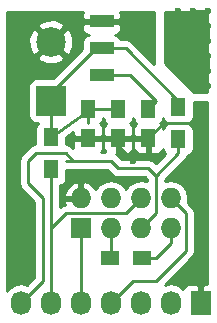
<source format=gbr>
G04 #@! TF.FileFunction,Copper,L1,Top,Signal*
%FSLAX46Y46*%
G04 Gerber Fmt 4.6, Leading zero omitted, Abs format (unit mm)*
G04 Created by KiCad (PCBNEW 4.0.2-4+6225~38~ubuntu14.04.1-stable) date Wed 13 Apr 2016 10:12:00 PM PDT*
%MOMM*%
G01*
G04 APERTURE LIST*
%ADD10C,0.100000*%
%ADD11R,1.250000X1.500000*%
%ADD12R,1.727200X1.727200*%
%ADD13O,1.727200X1.727200*%
%ADD14R,1.500000X1.300000*%
%ADD15R,1.300000X1.500000*%
%ADD16R,2.032000X3.657600*%
%ADD17R,2.032000X1.016000*%
%ADD18R,1.727200X2.032000*%
%ADD19O,1.727200X2.032000*%
%ADD20R,2.500000X2.500000*%
%ADD21C,2.500000*%
%ADD22C,0.600000*%
%ADD23C,0.250000*%
%ADD24C,0.254000*%
G04 APERTURE END LIST*
D10*
D11*
X140335000Y-106700000D03*
X140335000Y-109200000D03*
X135255000Y-106700000D03*
X135255000Y-109200000D03*
X137795000Y-106700000D03*
X137795000Y-109200000D03*
D12*
X134620000Y-116840000D03*
D13*
X134620000Y-114300000D03*
X137160000Y-116840000D03*
X137160000Y-114300000D03*
X139700000Y-116840000D03*
X139700000Y-114300000D03*
X142240000Y-116840000D03*
X142240000Y-114300000D03*
D14*
X137080000Y-119380000D03*
X139780000Y-119380000D03*
D15*
X142875000Y-109300000D03*
X142875000Y-106600000D03*
X132080000Y-109140000D03*
X132080000Y-111840000D03*
D16*
X143002000Y-101600000D03*
D17*
X136398000Y-101600000D03*
X136398000Y-103886000D03*
X136398000Y-99314000D03*
D18*
X144780000Y-123190000D03*
D19*
X142240000Y-123190000D03*
X139700000Y-123190000D03*
X137160000Y-123190000D03*
X134620000Y-123190000D03*
X132080000Y-123190000D03*
X129540000Y-123190000D03*
D20*
X132080000Y-106045000D03*
D21*
X132080000Y-101045000D03*
D22*
X139065000Y-111125000D03*
X144145000Y-102235000D03*
X144145000Y-100965000D03*
X144145000Y-99695000D03*
X142875000Y-100965000D03*
X142875000Y-99695000D03*
X142875000Y-98425000D03*
X144145000Y-98425000D03*
X145415000Y-98425000D03*
X145415000Y-99695000D03*
X145415000Y-100965000D03*
X145415000Y-102235000D03*
X145415000Y-103505000D03*
X145415000Y-104775000D03*
X144145000Y-104775000D03*
X142875000Y-102235000D03*
X143510000Y-103505000D03*
D23*
X135255000Y-107870000D02*
X135255000Y-107950000D01*
X135255000Y-107950000D02*
X135275000Y-106700000D01*
X139780000Y-119380000D02*
X139780000Y-119300000D01*
X139780000Y-119300000D02*
X139860000Y-119380000D01*
X139860000Y-119380000D02*
X140970000Y-119380000D01*
X142240000Y-118110000D02*
X142240000Y-116840000D01*
X140970000Y-119380000D02*
X142240000Y-118110000D01*
X136398000Y-101600000D02*
X138430000Y-101600000D01*
X138430000Y-101600000D02*
X142875000Y-106045000D01*
X142875000Y-106045000D02*
X142875000Y-106600000D01*
X136398000Y-101600000D02*
X135890000Y-101600000D01*
X137795000Y-106700000D02*
X135255000Y-106700000D01*
X135255000Y-106700000D02*
X134720000Y-107235000D01*
X134720000Y-107235000D02*
X132080000Y-109140000D01*
X142240000Y-116840000D02*
X142875000Y-116840000D01*
X135255000Y-106045000D02*
X135255000Y-106700000D01*
X135275000Y-106700000D02*
X135255000Y-106700000D01*
X139780000Y-123110000D02*
X139700000Y-123190000D01*
X132080000Y-109140000D02*
X132080000Y-106045000D01*
X135890000Y-101600000D02*
X132080000Y-105410000D01*
X132080000Y-105410000D02*
X132080000Y-106045000D01*
X140335000Y-109200000D02*
X140355000Y-109200000D01*
X140355000Y-109200000D02*
X141605000Y-107950000D01*
X141605000Y-107950000D02*
X142875000Y-107950000D01*
X142875000Y-107950000D02*
X144780000Y-107950000D01*
X139065000Y-111125000D02*
X137795000Y-109855000D01*
X137795000Y-109855000D02*
X137795000Y-109200000D01*
X136398000Y-103886000D02*
X138811000Y-103886000D01*
X140970000Y-106045000D02*
X140335000Y-106700000D01*
X138811000Y-103886000D02*
X140970000Y-106045000D01*
X136652000Y-104140000D02*
X136398000Y-103886000D01*
X134620000Y-116840000D02*
X134620000Y-123190000D01*
X137160000Y-116840000D02*
X137160000Y-119300000D01*
X137160000Y-119300000D02*
X137080000Y-119380000D01*
X140970000Y-112395000D02*
X140335000Y-111760000D01*
X131445000Y-110490000D02*
X130810000Y-110490000D01*
X133350000Y-110490000D02*
X131445000Y-110490000D01*
X133985000Y-111125000D02*
X133350000Y-110490000D01*
X133350000Y-111125000D02*
X133985000Y-111125000D01*
X135255000Y-111125000D02*
X133350000Y-111125000D01*
X137160000Y-111125000D02*
X135255000Y-111125000D01*
X137795000Y-111760000D02*
X137160000Y-111125000D01*
X140335000Y-111760000D02*
X137795000Y-111760000D01*
X130810000Y-110490000D02*
X130175000Y-111125000D01*
X130175000Y-111125000D02*
X130810000Y-110490000D01*
X130810000Y-110490000D02*
X130175000Y-111125000D01*
X130175000Y-111125000D02*
X130810000Y-110490000D01*
X130810000Y-110490000D02*
X130175000Y-111125000D01*
X130175000Y-111125000D02*
X130175000Y-113030000D01*
X130175000Y-113030000D02*
X130810000Y-113665000D01*
X130810000Y-113665000D02*
X131445000Y-114300000D01*
X131445000Y-114300000D02*
X131445000Y-121285000D01*
X131445000Y-121285000D02*
X129540000Y-123190000D01*
X142875000Y-109300000D02*
X142875000Y-110490000D01*
X140970000Y-115570000D02*
X139700000Y-116840000D01*
X140970000Y-112395000D02*
X140970000Y-115570000D01*
X142875000Y-110490000D02*
X140970000Y-112395000D01*
X142875000Y-109300000D02*
X142955000Y-109220000D01*
X132080000Y-111840000D02*
X132080000Y-114300000D01*
X132080000Y-116840000D02*
X132080000Y-114300000D01*
X139700000Y-114300000D02*
X138430000Y-115570000D01*
X133350000Y-115570000D02*
X132080000Y-116840000D01*
X138430000Y-115570000D02*
X133350000Y-115570000D01*
X132080000Y-123190000D02*
X132080000Y-116840000D01*
X137160000Y-123190000D02*
X139065000Y-121285000D01*
X143510000Y-115570000D02*
X142240000Y-114300000D01*
X143510000Y-118745000D02*
X143510000Y-115570000D01*
X140970000Y-121285000D02*
X143510000Y-118745000D01*
X139065000Y-121285000D02*
X140970000Y-121285000D01*
X142875000Y-99695000D02*
X144145000Y-99695000D01*
X144145000Y-100965000D02*
X144145000Y-102235000D01*
X142875000Y-98425000D02*
X142875000Y-99695000D01*
X142875000Y-100965000D02*
X143002000Y-101092000D01*
X144145000Y-104775000D02*
X143510000Y-103505000D01*
X143002000Y-98552000D02*
X142875000Y-98425000D01*
X144145000Y-98425000D02*
X145415000Y-98425000D01*
X145415000Y-99695000D02*
X145415000Y-100965000D01*
X145415000Y-102235000D02*
X145415000Y-103505000D01*
X145415000Y-104775000D02*
X144145000Y-104775000D01*
D24*
G36*
X145340000Y-121539000D02*
X145065750Y-121539000D01*
X144907000Y-121697750D01*
X144907000Y-123063000D01*
X144927000Y-123063000D01*
X144927000Y-123317000D01*
X144907000Y-123317000D01*
X144907000Y-123337000D01*
X144653000Y-123337000D01*
X144653000Y-123317000D01*
X144633000Y-123317000D01*
X144633000Y-123063000D01*
X144653000Y-123063000D01*
X144653000Y-121697750D01*
X144494250Y-121539000D01*
X143790090Y-121539000D01*
X143556701Y-121635673D01*
X143378073Y-121814302D01*
X143314500Y-121967780D01*
X143299670Y-121945585D01*
X142813489Y-121620729D01*
X142240000Y-121506655D01*
X141719641Y-121610161D01*
X144047401Y-119282401D01*
X144212148Y-119035840D01*
X144221746Y-118987586D01*
X144270000Y-118745000D01*
X144270000Y-115570000D01*
X144212148Y-115279161D01*
X144212148Y-115279160D01*
X144047401Y-115032599D01*
X143673158Y-114658356D01*
X143738600Y-114329359D01*
X143738600Y-114270641D01*
X143624526Y-113697152D01*
X143299670Y-113210971D01*
X142813489Y-112886115D01*
X142240000Y-112772041D01*
X141730000Y-112873486D01*
X141730000Y-112709802D01*
X143412401Y-111027401D01*
X143577148Y-110780839D01*
X143596410Y-110684003D01*
X143760317Y-110653162D01*
X143976441Y-110514090D01*
X144121431Y-110301890D01*
X144172440Y-110050000D01*
X144172440Y-108550000D01*
X144128162Y-108314683D01*
X143989090Y-108098559D01*
X143776890Y-107953569D01*
X143763803Y-107950919D01*
X143976441Y-107814090D01*
X144121431Y-107601890D01*
X144172440Y-107350000D01*
X144172440Y-106172000D01*
X145340000Y-106172000D01*
X145340000Y-121539000D01*
X145340000Y-121539000D01*
G37*
X145340000Y-121539000D02*
X145065750Y-121539000D01*
X144907000Y-121697750D01*
X144907000Y-123063000D01*
X144927000Y-123063000D01*
X144927000Y-123317000D01*
X144907000Y-123317000D01*
X144907000Y-123337000D01*
X144653000Y-123337000D01*
X144653000Y-123317000D01*
X144633000Y-123317000D01*
X144633000Y-123063000D01*
X144653000Y-123063000D01*
X144653000Y-121697750D01*
X144494250Y-121539000D01*
X143790090Y-121539000D01*
X143556701Y-121635673D01*
X143378073Y-121814302D01*
X143314500Y-121967780D01*
X143299670Y-121945585D01*
X142813489Y-121620729D01*
X142240000Y-121506655D01*
X141719641Y-121610161D01*
X144047401Y-119282401D01*
X144212148Y-119035840D01*
X144221746Y-118987586D01*
X144270000Y-118745000D01*
X144270000Y-115570000D01*
X144212148Y-115279161D01*
X144212148Y-115279160D01*
X144047401Y-115032599D01*
X143673158Y-114658356D01*
X143738600Y-114329359D01*
X143738600Y-114270641D01*
X143624526Y-113697152D01*
X143299670Y-113210971D01*
X142813489Y-112886115D01*
X142240000Y-112772041D01*
X141730000Y-112873486D01*
X141730000Y-112709802D01*
X143412401Y-111027401D01*
X143577148Y-110780839D01*
X143596410Y-110684003D01*
X143760317Y-110653162D01*
X143976441Y-110514090D01*
X144121431Y-110301890D01*
X144172440Y-110050000D01*
X144172440Y-108550000D01*
X144128162Y-108314683D01*
X143989090Y-108098559D01*
X143776890Y-107953569D01*
X143763803Y-107950919D01*
X143976441Y-107814090D01*
X144121431Y-107601890D01*
X144172440Y-107350000D01*
X144172440Y-106172000D01*
X145340000Y-106172000D01*
X145340000Y-121539000D01*
G36*
X134747000Y-98679691D02*
X134747000Y-99028250D01*
X134905750Y-99187000D01*
X136271000Y-99187000D01*
X136271000Y-99167000D01*
X136525000Y-99167000D01*
X136525000Y-99187000D01*
X137890250Y-99187000D01*
X138049000Y-99028250D01*
X138049000Y-98679691D01*
X137974569Y-98500000D01*
X140843000Y-98500000D01*
X140843000Y-102938198D01*
X138967401Y-101062599D01*
X138720839Y-100897852D01*
X138430000Y-100840000D01*
X138006427Y-100840000D01*
X137878090Y-100640559D01*
X137665890Y-100495569D01*
X137475431Y-100457000D01*
X137540310Y-100457000D01*
X137773699Y-100360327D01*
X137952327Y-100181698D01*
X138049000Y-99948309D01*
X138049000Y-99599750D01*
X137890250Y-99441000D01*
X136525000Y-99441000D01*
X136525000Y-99461000D01*
X136271000Y-99461000D01*
X136271000Y-99441000D01*
X134905750Y-99441000D01*
X134747000Y-99599750D01*
X134747000Y-99948309D01*
X134843673Y-100181698D01*
X135022301Y-100360327D01*
X135255690Y-100457000D01*
X135315887Y-100457000D01*
X135146683Y-100488838D01*
X134930559Y-100627910D01*
X134785569Y-100840110D01*
X134734560Y-101092000D01*
X134734560Y-101680638D01*
X132267638Y-104147560D01*
X130830000Y-104147560D01*
X130594683Y-104191838D01*
X130378559Y-104330910D01*
X130233569Y-104543110D01*
X130182560Y-104795000D01*
X130182560Y-107295000D01*
X130226838Y-107530317D01*
X130365910Y-107746441D01*
X130578110Y-107891431D01*
X130830000Y-107942440D01*
X130967265Y-107942440D01*
X130833569Y-108138110D01*
X130782560Y-108390000D01*
X130782560Y-109735458D01*
X130519161Y-109787852D01*
X130272599Y-109952599D01*
X129637599Y-110587599D01*
X129472852Y-110834161D01*
X129415000Y-111125000D01*
X129415000Y-113030000D01*
X129472852Y-113320839D01*
X129637599Y-113567401D01*
X130685000Y-114614802D01*
X130685000Y-120970198D01*
X130047579Y-121607619D01*
X129540000Y-121506655D01*
X128966511Y-121620729D01*
X128480330Y-121945585D01*
X128345000Y-122148121D01*
X128345000Y-102378320D01*
X130926285Y-102378320D01*
X131055533Y-102671123D01*
X131755806Y-102939388D01*
X132505435Y-102919250D01*
X133104467Y-102671123D01*
X133233715Y-102378320D01*
X132080000Y-101224605D01*
X130926285Y-102378320D01*
X128345000Y-102378320D01*
X128345000Y-100720806D01*
X130185612Y-100720806D01*
X130205750Y-101470435D01*
X130453877Y-102069467D01*
X130746680Y-102198715D01*
X131900395Y-101045000D01*
X132259605Y-101045000D01*
X133413320Y-102198715D01*
X133706123Y-102069467D01*
X133974388Y-101369194D01*
X133954250Y-100619565D01*
X133706123Y-100020533D01*
X133413320Y-99891285D01*
X132259605Y-101045000D01*
X131900395Y-101045000D01*
X130746680Y-99891285D01*
X130453877Y-100020533D01*
X130185612Y-100720806D01*
X128345000Y-100720806D01*
X128345000Y-99711680D01*
X130926285Y-99711680D01*
X132080000Y-100865395D01*
X133233715Y-99711680D01*
X133104467Y-99418877D01*
X132404194Y-99150612D01*
X131654565Y-99170750D01*
X131055533Y-99418877D01*
X130926285Y-99711680D01*
X128345000Y-99711680D01*
X128345000Y-98500000D01*
X134821431Y-98500000D01*
X134747000Y-98679691D01*
X134747000Y-98679691D01*
G37*
X134747000Y-98679691D02*
X134747000Y-99028250D01*
X134905750Y-99187000D01*
X136271000Y-99187000D01*
X136271000Y-99167000D01*
X136525000Y-99167000D01*
X136525000Y-99187000D01*
X137890250Y-99187000D01*
X138049000Y-99028250D01*
X138049000Y-98679691D01*
X137974569Y-98500000D01*
X140843000Y-98500000D01*
X140843000Y-102938198D01*
X138967401Y-101062599D01*
X138720839Y-100897852D01*
X138430000Y-100840000D01*
X138006427Y-100840000D01*
X137878090Y-100640559D01*
X137665890Y-100495569D01*
X137475431Y-100457000D01*
X137540310Y-100457000D01*
X137773699Y-100360327D01*
X137952327Y-100181698D01*
X138049000Y-99948309D01*
X138049000Y-99599750D01*
X137890250Y-99441000D01*
X136525000Y-99441000D01*
X136525000Y-99461000D01*
X136271000Y-99461000D01*
X136271000Y-99441000D01*
X134905750Y-99441000D01*
X134747000Y-99599750D01*
X134747000Y-99948309D01*
X134843673Y-100181698D01*
X135022301Y-100360327D01*
X135255690Y-100457000D01*
X135315887Y-100457000D01*
X135146683Y-100488838D01*
X134930559Y-100627910D01*
X134785569Y-100840110D01*
X134734560Y-101092000D01*
X134734560Y-101680638D01*
X132267638Y-104147560D01*
X130830000Y-104147560D01*
X130594683Y-104191838D01*
X130378559Y-104330910D01*
X130233569Y-104543110D01*
X130182560Y-104795000D01*
X130182560Y-107295000D01*
X130226838Y-107530317D01*
X130365910Y-107746441D01*
X130578110Y-107891431D01*
X130830000Y-107942440D01*
X130967265Y-107942440D01*
X130833569Y-108138110D01*
X130782560Y-108390000D01*
X130782560Y-109735458D01*
X130519161Y-109787852D01*
X130272599Y-109952599D01*
X129637599Y-110587599D01*
X129472852Y-110834161D01*
X129415000Y-111125000D01*
X129415000Y-113030000D01*
X129472852Y-113320839D01*
X129637599Y-113567401D01*
X130685000Y-114614802D01*
X130685000Y-120970198D01*
X130047579Y-121607619D01*
X129540000Y-121506655D01*
X128966511Y-121620729D01*
X128480330Y-121945585D01*
X128345000Y-122148121D01*
X128345000Y-102378320D01*
X130926285Y-102378320D01*
X131055533Y-102671123D01*
X131755806Y-102939388D01*
X132505435Y-102919250D01*
X133104467Y-102671123D01*
X133233715Y-102378320D01*
X132080000Y-101224605D01*
X130926285Y-102378320D01*
X128345000Y-102378320D01*
X128345000Y-100720806D01*
X130185612Y-100720806D01*
X130205750Y-101470435D01*
X130453877Y-102069467D01*
X130746680Y-102198715D01*
X131900395Y-101045000D01*
X132259605Y-101045000D01*
X133413320Y-102198715D01*
X133706123Y-102069467D01*
X133974388Y-101369194D01*
X133954250Y-100619565D01*
X133706123Y-100020533D01*
X133413320Y-99891285D01*
X132259605Y-101045000D01*
X131900395Y-101045000D01*
X130746680Y-99891285D01*
X130453877Y-100020533D01*
X130185612Y-100720806D01*
X128345000Y-100720806D01*
X128345000Y-99711680D01*
X130926285Y-99711680D01*
X132080000Y-100865395D01*
X133233715Y-99711680D01*
X133104467Y-99418877D01*
X132404194Y-99150612D01*
X131654565Y-99170750D01*
X131055533Y-99418877D01*
X130926285Y-99711680D01*
X128345000Y-99711680D01*
X128345000Y-98500000D01*
X134821431Y-98500000D01*
X134747000Y-98679691D01*
G36*
X137257599Y-112297401D02*
X137504161Y-112462148D01*
X137795000Y-112520000D01*
X140020198Y-112520000D01*
X140210000Y-112709802D01*
X140210000Y-112873486D01*
X139700000Y-112772041D01*
X139126511Y-112886115D01*
X138640330Y-113210971D01*
X138430000Y-113525752D01*
X138219670Y-113210971D01*
X137733489Y-112886115D01*
X137160000Y-112772041D01*
X136586511Y-112886115D01*
X136100330Y-113210971D01*
X135884336Y-113534228D01*
X135826821Y-113411510D01*
X135394947Y-113017312D01*
X134979026Y-112845042D01*
X134747000Y-112966183D01*
X134747000Y-114173000D01*
X134767000Y-114173000D01*
X134767000Y-114427000D01*
X134747000Y-114427000D01*
X134747000Y-114447000D01*
X134493000Y-114447000D01*
X134493000Y-114427000D01*
X133285531Y-114427000D01*
X133165032Y-114659027D01*
X133245529Y-114830781D01*
X133059160Y-114867852D01*
X132840000Y-115014290D01*
X132840000Y-113940973D01*
X133165032Y-113940973D01*
X133285531Y-114173000D01*
X134493000Y-114173000D01*
X134493000Y-112966183D01*
X134260974Y-112845042D01*
X133845053Y-113017312D01*
X133413179Y-113411510D01*
X133165032Y-113940973D01*
X132840000Y-113940973D01*
X132840000Y-113216742D01*
X132965317Y-113193162D01*
X133181441Y-113054090D01*
X133326431Y-112841890D01*
X133377440Y-112590000D01*
X133377440Y-111885000D01*
X136845198Y-111885000D01*
X137257599Y-112297401D01*
X137257599Y-112297401D01*
G37*
X137257599Y-112297401D02*
X137504161Y-112462148D01*
X137795000Y-112520000D01*
X140020198Y-112520000D01*
X140210000Y-112709802D01*
X140210000Y-112873486D01*
X139700000Y-112772041D01*
X139126511Y-112886115D01*
X138640330Y-113210971D01*
X138430000Y-113525752D01*
X138219670Y-113210971D01*
X137733489Y-112886115D01*
X137160000Y-112772041D01*
X136586511Y-112886115D01*
X136100330Y-113210971D01*
X135884336Y-113534228D01*
X135826821Y-113411510D01*
X135394947Y-113017312D01*
X134979026Y-112845042D01*
X134747000Y-112966183D01*
X134747000Y-114173000D01*
X134767000Y-114173000D01*
X134767000Y-114427000D01*
X134747000Y-114427000D01*
X134747000Y-114447000D01*
X134493000Y-114447000D01*
X134493000Y-114427000D01*
X133285531Y-114427000D01*
X133165032Y-114659027D01*
X133245529Y-114830781D01*
X133059160Y-114867852D01*
X132840000Y-115014290D01*
X132840000Y-113940973D01*
X133165032Y-113940973D01*
X133285531Y-114173000D01*
X134493000Y-114173000D01*
X134493000Y-112966183D01*
X134260974Y-112845042D01*
X133845053Y-113017312D01*
X133413179Y-113411510D01*
X133165032Y-113940973D01*
X132840000Y-113940973D01*
X132840000Y-113216742D01*
X132965317Y-113193162D01*
X133181441Y-113054090D01*
X133326431Y-112841890D01*
X133377440Y-112590000D01*
X133377440Y-111885000D01*
X136845198Y-111885000D01*
X137257599Y-112297401D01*
G36*
X139106838Y-107685317D02*
X139245910Y-107901441D01*
X139314006Y-107947969D01*
X139171673Y-108090302D01*
X139075000Y-108323691D01*
X139075000Y-108914250D01*
X139233750Y-109073000D01*
X140208000Y-109073000D01*
X140208000Y-109053000D01*
X140462000Y-109053000D01*
X140462000Y-109073000D01*
X140482000Y-109073000D01*
X140482000Y-109327000D01*
X140462000Y-109327000D01*
X140462000Y-110426250D01*
X140620750Y-110585000D01*
X141086310Y-110585000D01*
X141319699Y-110488327D01*
X141498327Y-110309698D01*
X141586412Y-110097043D01*
X141621838Y-110285317D01*
X141760910Y-110501441D01*
X141777453Y-110512745D01*
X140970000Y-111320198D01*
X140872401Y-111222599D01*
X140625839Y-111057852D01*
X140335000Y-111000000D01*
X138109802Y-111000000D01*
X137697401Y-110587599D01*
X137583055Y-110511195D01*
X137668000Y-110426250D01*
X137668000Y-109327000D01*
X137922000Y-109327000D01*
X137922000Y-110426250D01*
X138080750Y-110585000D01*
X138546310Y-110585000D01*
X138779699Y-110488327D01*
X138958327Y-110309698D01*
X139055000Y-110076309D01*
X139055000Y-109485750D01*
X139075000Y-109485750D01*
X139075000Y-110076309D01*
X139171673Y-110309698D01*
X139350301Y-110488327D01*
X139583690Y-110585000D01*
X140049250Y-110585000D01*
X140208000Y-110426250D01*
X140208000Y-109327000D01*
X139233750Y-109327000D01*
X139075000Y-109485750D01*
X139055000Y-109485750D01*
X138896250Y-109327000D01*
X137922000Y-109327000D01*
X137668000Y-109327000D01*
X136693750Y-109327000D01*
X136535000Y-109485750D01*
X136535000Y-110076309D01*
X136631673Y-110309698D01*
X136686975Y-110365000D01*
X136363025Y-110365000D01*
X136418327Y-110309698D01*
X136515000Y-110076309D01*
X136515000Y-109485750D01*
X136356250Y-109327000D01*
X135382000Y-109327000D01*
X135382000Y-109347000D01*
X135128000Y-109347000D01*
X135128000Y-109327000D01*
X134153750Y-109327000D01*
X133995000Y-109485750D01*
X133995000Y-110060198D01*
X133887401Y-109952599D01*
X133640839Y-109787852D01*
X133377440Y-109735458D01*
X133377440Y-109140984D01*
X133995000Y-108695358D01*
X133995000Y-108914250D01*
X134153750Y-109073000D01*
X135128000Y-109073000D01*
X135128000Y-109053000D01*
X135382000Y-109053000D01*
X135382000Y-109073000D01*
X136356250Y-109073000D01*
X136515000Y-108914250D01*
X136515000Y-108323691D01*
X136418327Y-108090302D01*
X136277090Y-107949064D01*
X136331441Y-107914090D01*
X136476431Y-107701890D01*
X136524910Y-107462491D01*
X136566838Y-107685317D01*
X136705910Y-107901441D01*
X136774006Y-107947969D01*
X136631673Y-108090302D01*
X136535000Y-108323691D01*
X136535000Y-108914250D01*
X136693750Y-109073000D01*
X137668000Y-109073000D01*
X137668000Y-109053000D01*
X137922000Y-109053000D01*
X137922000Y-109073000D01*
X138896250Y-109073000D01*
X139055000Y-108914250D01*
X139055000Y-108323691D01*
X138958327Y-108090302D01*
X138817090Y-107949064D01*
X138871441Y-107914090D01*
X139016431Y-107701890D01*
X139064910Y-107462491D01*
X139106838Y-107685317D01*
X139106838Y-107685317D01*
G37*
X139106838Y-107685317D02*
X139245910Y-107901441D01*
X139314006Y-107947969D01*
X139171673Y-108090302D01*
X139075000Y-108323691D01*
X139075000Y-108914250D01*
X139233750Y-109073000D01*
X140208000Y-109073000D01*
X140208000Y-109053000D01*
X140462000Y-109053000D01*
X140462000Y-109073000D01*
X140482000Y-109073000D01*
X140482000Y-109327000D01*
X140462000Y-109327000D01*
X140462000Y-110426250D01*
X140620750Y-110585000D01*
X141086310Y-110585000D01*
X141319699Y-110488327D01*
X141498327Y-110309698D01*
X141586412Y-110097043D01*
X141621838Y-110285317D01*
X141760910Y-110501441D01*
X141777453Y-110512745D01*
X140970000Y-111320198D01*
X140872401Y-111222599D01*
X140625839Y-111057852D01*
X140335000Y-111000000D01*
X138109802Y-111000000D01*
X137697401Y-110587599D01*
X137583055Y-110511195D01*
X137668000Y-110426250D01*
X137668000Y-109327000D01*
X137922000Y-109327000D01*
X137922000Y-110426250D01*
X138080750Y-110585000D01*
X138546310Y-110585000D01*
X138779699Y-110488327D01*
X138958327Y-110309698D01*
X139055000Y-110076309D01*
X139055000Y-109485750D01*
X139075000Y-109485750D01*
X139075000Y-110076309D01*
X139171673Y-110309698D01*
X139350301Y-110488327D01*
X139583690Y-110585000D01*
X140049250Y-110585000D01*
X140208000Y-110426250D01*
X140208000Y-109327000D01*
X139233750Y-109327000D01*
X139075000Y-109485750D01*
X139055000Y-109485750D01*
X138896250Y-109327000D01*
X137922000Y-109327000D01*
X137668000Y-109327000D01*
X136693750Y-109327000D01*
X136535000Y-109485750D01*
X136535000Y-110076309D01*
X136631673Y-110309698D01*
X136686975Y-110365000D01*
X136363025Y-110365000D01*
X136418327Y-110309698D01*
X136515000Y-110076309D01*
X136515000Y-109485750D01*
X136356250Y-109327000D01*
X135382000Y-109327000D01*
X135382000Y-109347000D01*
X135128000Y-109347000D01*
X135128000Y-109327000D01*
X134153750Y-109327000D01*
X133995000Y-109485750D01*
X133995000Y-110060198D01*
X133887401Y-109952599D01*
X133640839Y-109787852D01*
X133377440Y-109735458D01*
X133377440Y-109140984D01*
X133995000Y-108695358D01*
X133995000Y-108914250D01*
X134153750Y-109073000D01*
X135128000Y-109073000D01*
X135128000Y-109053000D01*
X135382000Y-109053000D01*
X135382000Y-109073000D01*
X136356250Y-109073000D01*
X136515000Y-108914250D01*
X136515000Y-108323691D01*
X136418327Y-108090302D01*
X136277090Y-107949064D01*
X136331441Y-107914090D01*
X136476431Y-107701890D01*
X136524910Y-107462491D01*
X136566838Y-107685317D01*
X136705910Y-107901441D01*
X136774006Y-107947969D01*
X136631673Y-108090302D01*
X136535000Y-108323691D01*
X136535000Y-108914250D01*
X136693750Y-109073000D01*
X137668000Y-109073000D01*
X137668000Y-109053000D01*
X137922000Y-109053000D01*
X137922000Y-109073000D01*
X138896250Y-109073000D01*
X139055000Y-108914250D01*
X139055000Y-108323691D01*
X138958327Y-108090302D01*
X138817090Y-107949064D01*
X138871441Y-107914090D01*
X139016431Y-107701890D01*
X139064910Y-107462491D01*
X139106838Y-107685317D01*
G36*
X141621838Y-107585317D02*
X141760910Y-107801441D01*
X141973110Y-107946431D01*
X141986197Y-107949081D01*
X141773559Y-108085910D01*
X141628569Y-108298110D01*
X141595000Y-108463879D01*
X141595000Y-108323691D01*
X141498327Y-108090302D01*
X141357090Y-107949064D01*
X141411441Y-107914090D01*
X141556431Y-107701890D01*
X141601705Y-107478320D01*
X141621838Y-107585317D01*
X141621838Y-107585317D01*
G37*
X141621838Y-107585317D02*
X141760910Y-107801441D01*
X141973110Y-107946431D01*
X141986197Y-107949081D01*
X141773559Y-108085910D01*
X141628569Y-108298110D01*
X141595000Y-108463879D01*
X141595000Y-108323691D01*
X141498327Y-108090302D01*
X141357090Y-107949064D01*
X141411441Y-107914090D01*
X141556431Y-107701890D01*
X141601705Y-107478320D01*
X141621838Y-107585317D01*
G36*
X145340000Y-105283000D02*
X144197606Y-105283000D01*
X141732000Y-102817394D01*
X141732000Y-98500000D01*
X145340000Y-98500000D01*
X145340000Y-105283000D01*
X145340000Y-105283000D01*
G37*
X145340000Y-105283000D02*
X144197606Y-105283000D01*
X141732000Y-102817394D01*
X141732000Y-98500000D01*
X145340000Y-98500000D01*
X145340000Y-105283000D01*
M02*

</source>
